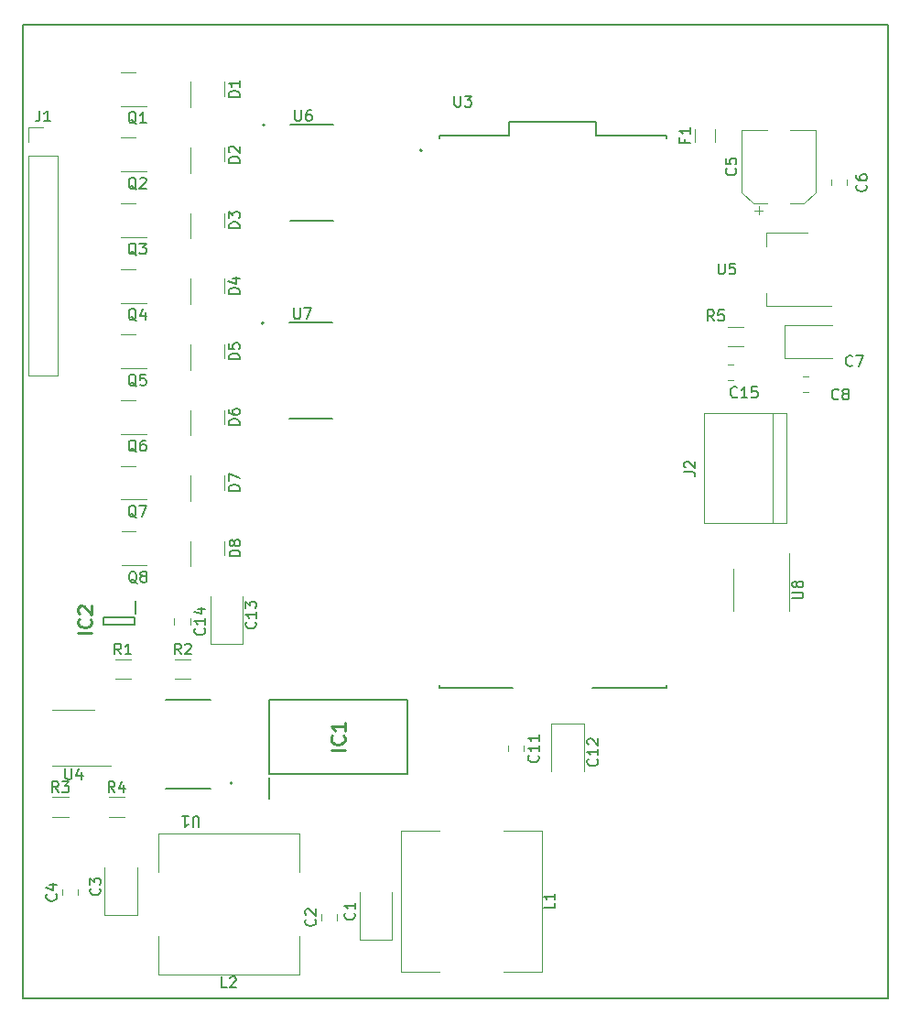
<source format=gbr>
%TF.GenerationSoftware,KiCad,Pcbnew,7.0.9*%
%TF.CreationDate,2024-04-08T13:16:24-03:00*%
%TF.ProjectId,v0.2,76302e32-2e6b-4696-9361-645f70636258,rev?*%
%TF.SameCoordinates,Original*%
%TF.FileFunction,Legend,Top*%
%TF.FilePolarity,Positive*%
%FSLAX46Y46*%
G04 Gerber Fmt 4.6, Leading zero omitted, Abs format (unit mm)*
G04 Created by KiCad (PCBNEW 7.0.9) date 2024-04-08 13:16:24*
%MOMM*%
%LPD*%
G01*
G04 APERTURE LIST*
%ADD10C,0.150000*%
%ADD11C,0.254000*%
%ADD12C,0.152400*%
%ADD13C,0.120000*%
%ADD14C,0.127000*%
%ADD15C,0.200000*%
%TA.AperFunction,Profile*%
%ADD16C,0.200000*%
%TD*%
G04 APERTURE END LIST*
D10*
X66306704Y-124170181D02*
X66306704Y-123360658D01*
X66306704Y-123360658D02*
X66259085Y-123265420D01*
X66259085Y-123265420D02*
X66211466Y-123217801D01*
X66211466Y-123217801D02*
X66116228Y-123170181D01*
X66116228Y-123170181D02*
X65925752Y-123170181D01*
X65925752Y-123170181D02*
X65830514Y-123217801D01*
X65830514Y-123217801D02*
X65782895Y-123265420D01*
X65782895Y-123265420D02*
X65735276Y-123360658D01*
X65735276Y-123360658D02*
X65735276Y-124170181D01*
X64735276Y-123170181D02*
X65306704Y-123170181D01*
X65020990Y-123170181D02*
X65020990Y-124170181D01*
X65020990Y-124170181D02*
X65116228Y-124027324D01*
X65116228Y-124027324D02*
X65211466Y-123932086D01*
X65211466Y-123932086D02*
X65306704Y-123884467D01*
X70054819Y-80924878D02*
X69054819Y-80924878D01*
X69054819Y-80924878D02*
X69054819Y-80686783D01*
X69054819Y-80686783D02*
X69102438Y-80543926D01*
X69102438Y-80543926D02*
X69197676Y-80448688D01*
X69197676Y-80448688D02*
X69292914Y-80401069D01*
X69292914Y-80401069D02*
X69483390Y-80353450D01*
X69483390Y-80353450D02*
X69626247Y-80353450D01*
X69626247Y-80353450D02*
X69816723Y-80401069D01*
X69816723Y-80401069D02*
X69911961Y-80448688D01*
X69911961Y-80448688D02*
X70007200Y-80543926D01*
X70007200Y-80543926D02*
X70054819Y-80686783D01*
X70054819Y-80686783D02*
X70054819Y-80924878D01*
X69054819Y-79448688D02*
X69054819Y-79924878D01*
X69054819Y-79924878D02*
X69531009Y-79972497D01*
X69531009Y-79972497D02*
X69483390Y-79924878D01*
X69483390Y-79924878D02*
X69435771Y-79829640D01*
X69435771Y-79829640D02*
X69435771Y-79591545D01*
X69435771Y-79591545D02*
X69483390Y-79496307D01*
X69483390Y-79496307D02*
X69531009Y-79448688D01*
X69531009Y-79448688D02*
X69626247Y-79401069D01*
X69626247Y-79401069D02*
X69864342Y-79401069D01*
X69864342Y-79401069D02*
X69959580Y-79448688D01*
X69959580Y-79448688D02*
X70007200Y-79496307D01*
X70007200Y-79496307D02*
X70054819Y-79591545D01*
X70054819Y-79591545D02*
X70054819Y-79829640D01*
X70054819Y-79829640D02*
X70007200Y-79924878D01*
X70007200Y-79924878D02*
X69959580Y-79972497D01*
X75168095Y-57877819D02*
X75168095Y-58687342D01*
X75168095Y-58687342D02*
X75215714Y-58782580D01*
X75215714Y-58782580D02*
X75263333Y-58830200D01*
X75263333Y-58830200D02*
X75358571Y-58877819D01*
X75358571Y-58877819D02*
X75549047Y-58877819D01*
X75549047Y-58877819D02*
X75644285Y-58830200D01*
X75644285Y-58830200D02*
X75691904Y-58782580D01*
X75691904Y-58782580D02*
X75739523Y-58687342D01*
X75739523Y-58687342D02*
X75739523Y-57877819D01*
X76644285Y-57877819D02*
X76453809Y-57877819D01*
X76453809Y-57877819D02*
X76358571Y-57925438D01*
X76358571Y-57925438D02*
X76310952Y-57973057D01*
X76310952Y-57973057D02*
X76215714Y-58115914D01*
X76215714Y-58115914D02*
X76168095Y-58306390D01*
X76168095Y-58306390D02*
X76168095Y-58687342D01*
X76168095Y-58687342D02*
X76215714Y-58782580D01*
X76215714Y-58782580D02*
X76263333Y-58830200D01*
X76263333Y-58830200D02*
X76358571Y-58877819D01*
X76358571Y-58877819D02*
X76549047Y-58877819D01*
X76549047Y-58877819D02*
X76644285Y-58830200D01*
X76644285Y-58830200D02*
X76691904Y-58782580D01*
X76691904Y-58782580D02*
X76739523Y-58687342D01*
X76739523Y-58687342D02*
X76739523Y-58449247D01*
X76739523Y-58449247D02*
X76691904Y-58354009D01*
X76691904Y-58354009D02*
X76644285Y-58306390D01*
X76644285Y-58306390D02*
X76549047Y-58258771D01*
X76549047Y-58258771D02*
X76358571Y-58258771D01*
X76358571Y-58258771D02*
X76263333Y-58306390D01*
X76263333Y-58306390D02*
X76215714Y-58354009D01*
X76215714Y-58354009D02*
X76168095Y-58449247D01*
X70054819Y-74858807D02*
X69054819Y-74858807D01*
X69054819Y-74858807D02*
X69054819Y-74620712D01*
X69054819Y-74620712D02*
X69102438Y-74477855D01*
X69102438Y-74477855D02*
X69197676Y-74382617D01*
X69197676Y-74382617D02*
X69292914Y-74334998D01*
X69292914Y-74334998D02*
X69483390Y-74287379D01*
X69483390Y-74287379D02*
X69626247Y-74287379D01*
X69626247Y-74287379D02*
X69816723Y-74334998D01*
X69816723Y-74334998D02*
X69911961Y-74382617D01*
X69911961Y-74382617D02*
X70007200Y-74477855D01*
X70007200Y-74477855D02*
X70054819Y-74620712D01*
X70054819Y-74620712D02*
X70054819Y-74858807D01*
X69388152Y-73430236D02*
X70054819Y-73430236D01*
X69007200Y-73668331D02*
X69721485Y-73906426D01*
X69721485Y-73906426D02*
X69721485Y-73287379D01*
X53308333Y-120944818D02*
X52975000Y-120468627D01*
X52736905Y-120944818D02*
X52736905Y-119944818D01*
X52736905Y-119944818D02*
X53117857Y-119944818D01*
X53117857Y-119944818D02*
X53213095Y-119992437D01*
X53213095Y-119992437D02*
X53260714Y-120040056D01*
X53260714Y-120040056D02*
X53308333Y-120135294D01*
X53308333Y-120135294D02*
X53308333Y-120278151D01*
X53308333Y-120278151D02*
X53260714Y-120373389D01*
X53260714Y-120373389D02*
X53213095Y-120421008D01*
X53213095Y-120421008D02*
X53117857Y-120468627D01*
X53117857Y-120468627D02*
X52736905Y-120468627D01*
X53641667Y-119944818D02*
X54260714Y-119944818D01*
X54260714Y-119944818D02*
X53927381Y-120325770D01*
X53927381Y-120325770D02*
X54070238Y-120325770D01*
X54070238Y-120325770D02*
X54165476Y-120373389D01*
X54165476Y-120373389D02*
X54213095Y-120421008D01*
X54213095Y-120421008D02*
X54260714Y-120516246D01*
X54260714Y-120516246D02*
X54260714Y-120754341D01*
X54260714Y-120754341D02*
X54213095Y-120849579D01*
X54213095Y-120849579D02*
X54165476Y-120897199D01*
X54165476Y-120897199D02*
X54070238Y-120944818D01*
X54070238Y-120944818D02*
X53784524Y-120944818D01*
X53784524Y-120944818D02*
X53689286Y-120897199D01*
X53689286Y-120897199D02*
X53641667Y-120849579D01*
X66789580Y-105792857D02*
X66837200Y-105840476D01*
X66837200Y-105840476D02*
X66884819Y-105983333D01*
X66884819Y-105983333D02*
X66884819Y-106078571D01*
X66884819Y-106078571D02*
X66837200Y-106221428D01*
X66837200Y-106221428D02*
X66741961Y-106316666D01*
X66741961Y-106316666D02*
X66646723Y-106364285D01*
X66646723Y-106364285D02*
X66456247Y-106411904D01*
X66456247Y-106411904D02*
X66313390Y-106411904D01*
X66313390Y-106411904D02*
X66122914Y-106364285D01*
X66122914Y-106364285D02*
X66027676Y-106316666D01*
X66027676Y-106316666D02*
X65932438Y-106221428D01*
X65932438Y-106221428D02*
X65884819Y-106078571D01*
X65884819Y-106078571D02*
X65884819Y-105983333D01*
X65884819Y-105983333D02*
X65932438Y-105840476D01*
X65932438Y-105840476D02*
X65980057Y-105792857D01*
X66884819Y-104840476D02*
X66884819Y-105411904D01*
X66884819Y-105126190D02*
X65884819Y-105126190D01*
X65884819Y-105126190D02*
X66027676Y-105221428D01*
X66027676Y-105221428D02*
X66122914Y-105316666D01*
X66122914Y-105316666D02*
X66170533Y-105411904D01*
X66218152Y-103983333D02*
X66884819Y-103983333D01*
X65837200Y-104221428D02*
X66551485Y-104459523D01*
X66551485Y-104459523D02*
X66551485Y-103840476D01*
X60504761Y-83414341D02*
X60409523Y-83366722D01*
X60409523Y-83366722D02*
X60314285Y-83271484D01*
X60314285Y-83271484D02*
X60171428Y-83128626D01*
X60171428Y-83128626D02*
X60076190Y-83081007D01*
X60076190Y-83081007D02*
X59980952Y-83081007D01*
X60028571Y-83319103D02*
X59933333Y-83271484D01*
X59933333Y-83271484D02*
X59838095Y-83176245D01*
X59838095Y-83176245D02*
X59790476Y-82985769D01*
X59790476Y-82985769D02*
X59790476Y-82652436D01*
X59790476Y-82652436D02*
X59838095Y-82461960D01*
X59838095Y-82461960D02*
X59933333Y-82366722D01*
X59933333Y-82366722D02*
X60028571Y-82319103D01*
X60028571Y-82319103D02*
X60219047Y-82319103D01*
X60219047Y-82319103D02*
X60314285Y-82366722D01*
X60314285Y-82366722D02*
X60409523Y-82461960D01*
X60409523Y-82461960D02*
X60457142Y-82652436D01*
X60457142Y-82652436D02*
X60457142Y-82985769D01*
X60457142Y-82985769D02*
X60409523Y-83176245D01*
X60409523Y-83176245D02*
X60314285Y-83271484D01*
X60314285Y-83271484D02*
X60219047Y-83319103D01*
X60219047Y-83319103D02*
X60028571Y-83319103D01*
X61361904Y-82319103D02*
X60885714Y-82319103D01*
X60885714Y-82319103D02*
X60838095Y-82795293D01*
X60838095Y-82795293D02*
X60885714Y-82747674D01*
X60885714Y-82747674D02*
X60980952Y-82700055D01*
X60980952Y-82700055D02*
X61219047Y-82700055D01*
X61219047Y-82700055D02*
X61314285Y-82747674D01*
X61314285Y-82747674D02*
X61361904Y-82795293D01*
X61361904Y-82795293D02*
X61409523Y-82890531D01*
X61409523Y-82890531D02*
X61409523Y-83128626D01*
X61409523Y-83128626D02*
X61361904Y-83223864D01*
X61361904Y-83223864D02*
X61314285Y-83271484D01*
X61314285Y-83271484D02*
X61219047Y-83319103D01*
X61219047Y-83319103D02*
X60980952Y-83319103D01*
X60980952Y-83319103D02*
X60885714Y-83271484D01*
X60885714Y-83271484D02*
X60838095Y-83223864D01*
D11*
X79774318Y-117039762D02*
X78504318Y-117039762D01*
X79653365Y-115709285D02*
X79713842Y-115769761D01*
X79713842Y-115769761D02*
X79774318Y-115951190D01*
X79774318Y-115951190D02*
X79774318Y-116072142D01*
X79774318Y-116072142D02*
X79713842Y-116253571D01*
X79713842Y-116253571D02*
X79592889Y-116374523D01*
X79592889Y-116374523D02*
X79471937Y-116435000D01*
X79471937Y-116435000D02*
X79230032Y-116495476D01*
X79230032Y-116495476D02*
X79048603Y-116495476D01*
X79048603Y-116495476D02*
X78806699Y-116435000D01*
X78806699Y-116435000D02*
X78685746Y-116374523D01*
X78685746Y-116374523D02*
X78564794Y-116253571D01*
X78564794Y-116253571D02*
X78504318Y-116072142D01*
X78504318Y-116072142D02*
X78504318Y-115951190D01*
X78504318Y-115951190D02*
X78564794Y-115769761D01*
X78564794Y-115769761D02*
X78625270Y-115709285D01*
X79774318Y-114499761D02*
X79774318Y-115225476D01*
X79774318Y-114862619D02*
X78504318Y-114862619D01*
X78504318Y-114862619D02*
X78685746Y-114983571D01*
X78685746Y-114983571D02*
X78806699Y-115104523D01*
X78806699Y-115104523D02*
X78867175Y-115225476D01*
D10*
X113933333Y-77354819D02*
X113600000Y-76878628D01*
X113361905Y-77354819D02*
X113361905Y-76354819D01*
X113361905Y-76354819D02*
X113742857Y-76354819D01*
X113742857Y-76354819D02*
X113838095Y-76402438D01*
X113838095Y-76402438D02*
X113885714Y-76450057D01*
X113885714Y-76450057D02*
X113933333Y-76545295D01*
X113933333Y-76545295D02*
X113933333Y-76688152D01*
X113933333Y-76688152D02*
X113885714Y-76783390D01*
X113885714Y-76783390D02*
X113838095Y-76831009D01*
X113838095Y-76831009D02*
X113742857Y-76878628D01*
X113742857Y-76878628D02*
X113361905Y-76878628D01*
X114838095Y-76354819D02*
X114361905Y-76354819D01*
X114361905Y-76354819D02*
X114314286Y-76831009D01*
X114314286Y-76831009D02*
X114361905Y-76783390D01*
X114361905Y-76783390D02*
X114457143Y-76735771D01*
X114457143Y-76735771D02*
X114695238Y-76735771D01*
X114695238Y-76735771D02*
X114790476Y-76783390D01*
X114790476Y-76783390D02*
X114838095Y-76831009D01*
X114838095Y-76831009D02*
X114885714Y-76926247D01*
X114885714Y-76926247D02*
X114885714Y-77164342D01*
X114885714Y-77164342D02*
X114838095Y-77259580D01*
X114838095Y-77259580D02*
X114790476Y-77307200D01*
X114790476Y-77307200D02*
X114695238Y-77354819D01*
X114695238Y-77354819D02*
X114457143Y-77354819D01*
X114457143Y-77354819D02*
X114361905Y-77307200D01*
X114361905Y-77307200D02*
X114314286Y-77259580D01*
X60504761Y-77348270D02*
X60409523Y-77300651D01*
X60409523Y-77300651D02*
X60314285Y-77205413D01*
X60314285Y-77205413D02*
X60171428Y-77062555D01*
X60171428Y-77062555D02*
X60076190Y-77014936D01*
X60076190Y-77014936D02*
X59980952Y-77014936D01*
X60028571Y-77253032D02*
X59933333Y-77205413D01*
X59933333Y-77205413D02*
X59838095Y-77110174D01*
X59838095Y-77110174D02*
X59790476Y-76919698D01*
X59790476Y-76919698D02*
X59790476Y-76586365D01*
X59790476Y-76586365D02*
X59838095Y-76395889D01*
X59838095Y-76395889D02*
X59933333Y-76300651D01*
X59933333Y-76300651D02*
X60028571Y-76253032D01*
X60028571Y-76253032D02*
X60219047Y-76253032D01*
X60219047Y-76253032D02*
X60314285Y-76300651D01*
X60314285Y-76300651D02*
X60409523Y-76395889D01*
X60409523Y-76395889D02*
X60457142Y-76586365D01*
X60457142Y-76586365D02*
X60457142Y-76919698D01*
X60457142Y-76919698D02*
X60409523Y-77110174D01*
X60409523Y-77110174D02*
X60314285Y-77205413D01*
X60314285Y-77205413D02*
X60219047Y-77253032D01*
X60219047Y-77253032D02*
X60028571Y-77253032D01*
X61314285Y-76586365D02*
X61314285Y-77253032D01*
X61076190Y-76205413D02*
X60838095Y-76919698D01*
X60838095Y-76919698D02*
X61457142Y-76919698D01*
X116057142Y-84359580D02*
X116009523Y-84407200D01*
X116009523Y-84407200D02*
X115866666Y-84454819D01*
X115866666Y-84454819D02*
X115771428Y-84454819D01*
X115771428Y-84454819D02*
X115628571Y-84407200D01*
X115628571Y-84407200D02*
X115533333Y-84311961D01*
X115533333Y-84311961D02*
X115485714Y-84216723D01*
X115485714Y-84216723D02*
X115438095Y-84026247D01*
X115438095Y-84026247D02*
X115438095Y-83883390D01*
X115438095Y-83883390D02*
X115485714Y-83692914D01*
X115485714Y-83692914D02*
X115533333Y-83597676D01*
X115533333Y-83597676D02*
X115628571Y-83502438D01*
X115628571Y-83502438D02*
X115771428Y-83454819D01*
X115771428Y-83454819D02*
X115866666Y-83454819D01*
X115866666Y-83454819D02*
X116009523Y-83502438D01*
X116009523Y-83502438D02*
X116057142Y-83550057D01*
X117009523Y-84454819D02*
X116438095Y-84454819D01*
X116723809Y-84454819D02*
X116723809Y-83454819D01*
X116723809Y-83454819D02*
X116628571Y-83597676D01*
X116628571Y-83597676D02*
X116533333Y-83692914D01*
X116533333Y-83692914D02*
X116438095Y-83740533D01*
X117914285Y-83454819D02*
X117438095Y-83454819D01*
X117438095Y-83454819D02*
X117390476Y-83931009D01*
X117390476Y-83931009D02*
X117438095Y-83883390D01*
X117438095Y-83883390D02*
X117533333Y-83835771D01*
X117533333Y-83835771D02*
X117771428Y-83835771D01*
X117771428Y-83835771D02*
X117866666Y-83883390D01*
X117866666Y-83883390D02*
X117914285Y-83931009D01*
X117914285Y-83931009D02*
X117961904Y-84026247D01*
X117961904Y-84026247D02*
X117961904Y-84264342D01*
X117961904Y-84264342D02*
X117914285Y-84359580D01*
X117914285Y-84359580D02*
X117866666Y-84407200D01*
X117866666Y-84407200D02*
X117771428Y-84454819D01*
X117771428Y-84454819D02*
X117533333Y-84454819D01*
X117533333Y-84454819D02*
X117438095Y-84407200D01*
X117438095Y-84407200D02*
X117390476Y-84359580D01*
X71509580Y-105192857D02*
X71557200Y-105240476D01*
X71557200Y-105240476D02*
X71604819Y-105383333D01*
X71604819Y-105383333D02*
X71604819Y-105478571D01*
X71604819Y-105478571D02*
X71557200Y-105621428D01*
X71557200Y-105621428D02*
X71461961Y-105716666D01*
X71461961Y-105716666D02*
X71366723Y-105764285D01*
X71366723Y-105764285D02*
X71176247Y-105811904D01*
X71176247Y-105811904D02*
X71033390Y-105811904D01*
X71033390Y-105811904D02*
X70842914Y-105764285D01*
X70842914Y-105764285D02*
X70747676Y-105716666D01*
X70747676Y-105716666D02*
X70652438Y-105621428D01*
X70652438Y-105621428D02*
X70604819Y-105478571D01*
X70604819Y-105478571D02*
X70604819Y-105383333D01*
X70604819Y-105383333D02*
X70652438Y-105240476D01*
X70652438Y-105240476D02*
X70700057Y-105192857D01*
X71604819Y-104240476D02*
X71604819Y-104811904D01*
X71604819Y-104526190D02*
X70604819Y-104526190D01*
X70604819Y-104526190D02*
X70747676Y-104621428D01*
X70747676Y-104621428D02*
X70842914Y-104716666D01*
X70842914Y-104716666D02*
X70890533Y-104811904D01*
X70604819Y-103907142D02*
X70604819Y-103288095D01*
X70604819Y-103288095D02*
X70985771Y-103621428D01*
X70985771Y-103621428D02*
X70985771Y-103478571D01*
X70985771Y-103478571D02*
X71033390Y-103383333D01*
X71033390Y-103383333D02*
X71081009Y-103335714D01*
X71081009Y-103335714D02*
X71176247Y-103288095D01*
X71176247Y-103288095D02*
X71414342Y-103288095D01*
X71414342Y-103288095D02*
X71509580Y-103335714D01*
X71509580Y-103335714D02*
X71557200Y-103383333D01*
X71557200Y-103383333D02*
X71604819Y-103478571D01*
X71604819Y-103478571D02*
X71604819Y-103764285D01*
X71604819Y-103764285D02*
X71557200Y-103859523D01*
X71557200Y-103859523D02*
X71509580Y-103907142D01*
X60504761Y-95546483D02*
X60409523Y-95498864D01*
X60409523Y-95498864D02*
X60314285Y-95403626D01*
X60314285Y-95403626D02*
X60171428Y-95260768D01*
X60171428Y-95260768D02*
X60076190Y-95213149D01*
X60076190Y-95213149D02*
X59980952Y-95213149D01*
X60028571Y-95451245D02*
X59933333Y-95403626D01*
X59933333Y-95403626D02*
X59838095Y-95308387D01*
X59838095Y-95308387D02*
X59790476Y-95117911D01*
X59790476Y-95117911D02*
X59790476Y-94784578D01*
X59790476Y-94784578D02*
X59838095Y-94594102D01*
X59838095Y-94594102D02*
X59933333Y-94498864D01*
X59933333Y-94498864D02*
X60028571Y-94451245D01*
X60028571Y-94451245D02*
X60219047Y-94451245D01*
X60219047Y-94451245D02*
X60314285Y-94498864D01*
X60314285Y-94498864D02*
X60409523Y-94594102D01*
X60409523Y-94594102D02*
X60457142Y-94784578D01*
X60457142Y-94784578D02*
X60457142Y-95117911D01*
X60457142Y-95117911D02*
X60409523Y-95308387D01*
X60409523Y-95308387D02*
X60314285Y-95403626D01*
X60314285Y-95403626D02*
X60219047Y-95451245D01*
X60219047Y-95451245D02*
X60028571Y-95451245D01*
X60790476Y-94451245D02*
X61457142Y-94451245D01*
X61457142Y-94451245D02*
X61028571Y-95451245D01*
X111211009Y-60545833D02*
X111211009Y-60879166D01*
X111734819Y-60879166D02*
X110734819Y-60879166D01*
X110734819Y-60879166D02*
X110734819Y-60402976D01*
X111734819Y-59498214D02*
X111734819Y-60069642D01*
X111734819Y-59783928D02*
X110734819Y-59783928D01*
X110734819Y-59783928D02*
X110877676Y-59879166D01*
X110877676Y-59879166D02*
X110972914Y-59974404D01*
X110972914Y-59974404D02*
X111020533Y-60069642D01*
X70054819Y-93057020D02*
X69054819Y-93057020D01*
X69054819Y-93057020D02*
X69054819Y-92818925D01*
X69054819Y-92818925D02*
X69102438Y-92676068D01*
X69102438Y-92676068D02*
X69197676Y-92580830D01*
X69197676Y-92580830D02*
X69292914Y-92533211D01*
X69292914Y-92533211D02*
X69483390Y-92485592D01*
X69483390Y-92485592D02*
X69626247Y-92485592D01*
X69626247Y-92485592D02*
X69816723Y-92533211D01*
X69816723Y-92533211D02*
X69911961Y-92580830D01*
X69911961Y-92580830D02*
X70007200Y-92676068D01*
X70007200Y-92676068D02*
X70054819Y-92818925D01*
X70054819Y-92818925D02*
X70054819Y-93057020D01*
X69054819Y-92152258D02*
X69054819Y-91485592D01*
X69054819Y-91485592D02*
X70054819Y-91914163D01*
X60504761Y-71282199D02*
X60409523Y-71234580D01*
X60409523Y-71234580D02*
X60314285Y-71139342D01*
X60314285Y-71139342D02*
X60171428Y-70996484D01*
X60171428Y-70996484D02*
X60076190Y-70948865D01*
X60076190Y-70948865D02*
X59980952Y-70948865D01*
X60028571Y-71186961D02*
X59933333Y-71139342D01*
X59933333Y-71139342D02*
X59838095Y-71044103D01*
X59838095Y-71044103D02*
X59790476Y-70853627D01*
X59790476Y-70853627D02*
X59790476Y-70520294D01*
X59790476Y-70520294D02*
X59838095Y-70329818D01*
X59838095Y-70329818D02*
X59933333Y-70234580D01*
X59933333Y-70234580D02*
X60028571Y-70186961D01*
X60028571Y-70186961D02*
X60219047Y-70186961D01*
X60219047Y-70186961D02*
X60314285Y-70234580D01*
X60314285Y-70234580D02*
X60409523Y-70329818D01*
X60409523Y-70329818D02*
X60457142Y-70520294D01*
X60457142Y-70520294D02*
X60457142Y-70853627D01*
X60457142Y-70853627D02*
X60409523Y-71044103D01*
X60409523Y-71044103D02*
X60314285Y-71139342D01*
X60314285Y-71139342D02*
X60219047Y-71186961D01*
X60219047Y-71186961D02*
X60028571Y-71186961D01*
X60790476Y-70186961D02*
X61409523Y-70186961D01*
X61409523Y-70186961D02*
X61076190Y-70567913D01*
X61076190Y-70567913D02*
X61219047Y-70567913D01*
X61219047Y-70567913D02*
X61314285Y-70615532D01*
X61314285Y-70615532D02*
X61361904Y-70663151D01*
X61361904Y-70663151D02*
X61409523Y-70758389D01*
X61409523Y-70758389D02*
X61409523Y-70996484D01*
X61409523Y-70996484D02*
X61361904Y-71091722D01*
X61361904Y-71091722D02*
X61314285Y-71139342D01*
X61314285Y-71139342D02*
X61219047Y-71186961D01*
X61219047Y-71186961D02*
X60933333Y-71186961D01*
X60933333Y-71186961D02*
X60838095Y-71139342D01*
X60838095Y-71139342D02*
X60790476Y-71091722D01*
X51556666Y-57909819D02*
X51556666Y-58624104D01*
X51556666Y-58624104D02*
X51509047Y-58766961D01*
X51509047Y-58766961D02*
X51413809Y-58862200D01*
X51413809Y-58862200D02*
X51270952Y-58909819D01*
X51270952Y-58909819D02*
X51175714Y-58909819D01*
X52556666Y-58909819D02*
X51985238Y-58909819D01*
X52270952Y-58909819D02*
X52270952Y-57909819D01*
X52270952Y-57909819D02*
X52175714Y-58052676D01*
X52175714Y-58052676D02*
X52080476Y-58147914D01*
X52080476Y-58147914D02*
X51985238Y-58195533D01*
X53938095Y-118754819D02*
X53938095Y-119564342D01*
X53938095Y-119564342D02*
X53985714Y-119659580D01*
X53985714Y-119659580D02*
X54033333Y-119707200D01*
X54033333Y-119707200D02*
X54128571Y-119754819D01*
X54128571Y-119754819D02*
X54319047Y-119754819D01*
X54319047Y-119754819D02*
X54414285Y-119707200D01*
X54414285Y-119707200D02*
X54461904Y-119659580D01*
X54461904Y-119659580D02*
X54509523Y-119564342D01*
X54509523Y-119564342D02*
X54509523Y-118754819D01*
X55414285Y-119088152D02*
X55414285Y-119754819D01*
X55176190Y-118707200D02*
X54938095Y-119421485D01*
X54938095Y-119421485D02*
X55557142Y-119421485D01*
X53069580Y-130351666D02*
X53117200Y-130399285D01*
X53117200Y-130399285D02*
X53164819Y-130542142D01*
X53164819Y-130542142D02*
X53164819Y-130637380D01*
X53164819Y-130637380D02*
X53117200Y-130780237D01*
X53117200Y-130780237D02*
X53021961Y-130875475D01*
X53021961Y-130875475D02*
X52926723Y-130923094D01*
X52926723Y-130923094D02*
X52736247Y-130970713D01*
X52736247Y-130970713D02*
X52593390Y-130970713D01*
X52593390Y-130970713D02*
X52402914Y-130923094D01*
X52402914Y-130923094D02*
X52307676Y-130875475D01*
X52307676Y-130875475D02*
X52212438Y-130780237D01*
X52212438Y-130780237D02*
X52164819Y-130637380D01*
X52164819Y-130637380D02*
X52164819Y-130542142D01*
X52164819Y-130542142D02*
X52212438Y-130399285D01*
X52212438Y-130399285D02*
X52260057Y-130351666D01*
X52498152Y-129494523D02*
X53164819Y-129494523D01*
X52117200Y-129732618D02*
X52831485Y-129970713D01*
X52831485Y-129970713D02*
X52831485Y-129351666D01*
X58508333Y-120944818D02*
X58175000Y-120468627D01*
X57936905Y-120944818D02*
X57936905Y-119944818D01*
X57936905Y-119944818D02*
X58317857Y-119944818D01*
X58317857Y-119944818D02*
X58413095Y-119992437D01*
X58413095Y-119992437D02*
X58460714Y-120040056D01*
X58460714Y-120040056D02*
X58508333Y-120135294D01*
X58508333Y-120135294D02*
X58508333Y-120278151D01*
X58508333Y-120278151D02*
X58460714Y-120373389D01*
X58460714Y-120373389D02*
X58413095Y-120421008D01*
X58413095Y-120421008D02*
X58317857Y-120468627D01*
X58317857Y-120468627D02*
X57936905Y-120468627D01*
X59365476Y-120278151D02*
X59365476Y-120944818D01*
X59127381Y-119897199D02*
X58889286Y-120611484D01*
X58889286Y-120611484D02*
X59508333Y-120611484D01*
X80649580Y-132101666D02*
X80697200Y-132149285D01*
X80697200Y-132149285D02*
X80744819Y-132292142D01*
X80744819Y-132292142D02*
X80744819Y-132387380D01*
X80744819Y-132387380D02*
X80697200Y-132530237D01*
X80697200Y-132530237D02*
X80601961Y-132625475D01*
X80601961Y-132625475D02*
X80506723Y-132673094D01*
X80506723Y-132673094D02*
X80316247Y-132720713D01*
X80316247Y-132720713D02*
X80173390Y-132720713D01*
X80173390Y-132720713D02*
X79982914Y-132673094D01*
X79982914Y-132673094D02*
X79887676Y-132625475D01*
X79887676Y-132625475D02*
X79792438Y-132530237D01*
X79792438Y-132530237D02*
X79744819Y-132387380D01*
X79744819Y-132387380D02*
X79744819Y-132292142D01*
X79744819Y-132292142D02*
X79792438Y-132149285D01*
X79792438Y-132149285D02*
X79840057Y-132101666D01*
X80744819Y-131149285D02*
X80744819Y-131720713D01*
X80744819Y-131434999D02*
X79744819Y-131434999D01*
X79744819Y-131434999D02*
X79887676Y-131530237D01*
X79887676Y-131530237D02*
X79982914Y-131625475D01*
X79982914Y-131625475D02*
X80030533Y-131720713D01*
X89923095Y-56569819D02*
X89923095Y-57379342D01*
X89923095Y-57379342D02*
X89970714Y-57474580D01*
X89970714Y-57474580D02*
X90018333Y-57522200D01*
X90018333Y-57522200D02*
X90113571Y-57569819D01*
X90113571Y-57569819D02*
X90304047Y-57569819D01*
X90304047Y-57569819D02*
X90399285Y-57522200D01*
X90399285Y-57522200D02*
X90446904Y-57474580D01*
X90446904Y-57474580D02*
X90494523Y-57379342D01*
X90494523Y-57379342D02*
X90494523Y-56569819D01*
X90875476Y-56569819D02*
X91494523Y-56569819D01*
X91494523Y-56569819D02*
X91161190Y-56950771D01*
X91161190Y-56950771D02*
X91304047Y-56950771D01*
X91304047Y-56950771D02*
X91399285Y-56998390D01*
X91399285Y-56998390D02*
X91446904Y-57046009D01*
X91446904Y-57046009D02*
X91494523Y-57141247D01*
X91494523Y-57141247D02*
X91494523Y-57379342D01*
X91494523Y-57379342D02*
X91446904Y-57474580D01*
X91446904Y-57474580D02*
X91399285Y-57522200D01*
X91399285Y-57522200D02*
X91304047Y-57569819D01*
X91304047Y-57569819D02*
X91018333Y-57569819D01*
X91018333Y-57569819D02*
X90923095Y-57522200D01*
X90923095Y-57522200D02*
X90875476Y-57474580D01*
X59083333Y-108184818D02*
X58750000Y-107708627D01*
X58511905Y-108184818D02*
X58511905Y-107184818D01*
X58511905Y-107184818D02*
X58892857Y-107184818D01*
X58892857Y-107184818D02*
X58988095Y-107232437D01*
X58988095Y-107232437D02*
X59035714Y-107280056D01*
X59035714Y-107280056D02*
X59083333Y-107375294D01*
X59083333Y-107375294D02*
X59083333Y-107518151D01*
X59083333Y-107518151D02*
X59035714Y-107613389D01*
X59035714Y-107613389D02*
X58988095Y-107661008D01*
X58988095Y-107661008D02*
X58892857Y-107708627D01*
X58892857Y-107708627D02*
X58511905Y-107708627D01*
X60035714Y-108184818D02*
X59464286Y-108184818D01*
X59750000Y-108184818D02*
X59750000Y-107184818D01*
X59750000Y-107184818D02*
X59654762Y-107327675D01*
X59654762Y-107327675D02*
X59559524Y-107422913D01*
X59559524Y-107422913D02*
X59464286Y-107470532D01*
X70104819Y-99123094D02*
X69104819Y-99123094D01*
X69104819Y-99123094D02*
X69104819Y-98884999D01*
X69104819Y-98884999D02*
X69152438Y-98742142D01*
X69152438Y-98742142D02*
X69247676Y-98646904D01*
X69247676Y-98646904D02*
X69342914Y-98599285D01*
X69342914Y-98599285D02*
X69533390Y-98551666D01*
X69533390Y-98551666D02*
X69676247Y-98551666D01*
X69676247Y-98551666D02*
X69866723Y-98599285D01*
X69866723Y-98599285D02*
X69961961Y-98646904D01*
X69961961Y-98646904D02*
X70057200Y-98742142D01*
X70057200Y-98742142D02*
X70104819Y-98884999D01*
X70104819Y-98884999D02*
X70104819Y-99123094D01*
X69533390Y-97980237D02*
X69485771Y-98075475D01*
X69485771Y-98075475D02*
X69438152Y-98123094D01*
X69438152Y-98123094D02*
X69342914Y-98170713D01*
X69342914Y-98170713D02*
X69295295Y-98170713D01*
X69295295Y-98170713D02*
X69200057Y-98123094D01*
X69200057Y-98123094D02*
X69152438Y-98075475D01*
X69152438Y-98075475D02*
X69104819Y-97980237D01*
X69104819Y-97980237D02*
X69104819Y-97789761D01*
X69104819Y-97789761D02*
X69152438Y-97694523D01*
X69152438Y-97694523D02*
X69200057Y-97646904D01*
X69200057Y-97646904D02*
X69295295Y-97599285D01*
X69295295Y-97599285D02*
X69342914Y-97599285D01*
X69342914Y-97599285D02*
X69438152Y-97646904D01*
X69438152Y-97646904D02*
X69485771Y-97694523D01*
X69485771Y-97694523D02*
X69533390Y-97789761D01*
X69533390Y-97789761D02*
X69533390Y-97980237D01*
X69533390Y-97980237D02*
X69581009Y-98075475D01*
X69581009Y-98075475D02*
X69628628Y-98123094D01*
X69628628Y-98123094D02*
X69723866Y-98170713D01*
X69723866Y-98170713D02*
X69914342Y-98170713D01*
X69914342Y-98170713D02*
X70009580Y-98123094D01*
X70009580Y-98123094D02*
X70057200Y-98075475D01*
X70057200Y-98075475D02*
X70104819Y-97980237D01*
X70104819Y-97980237D02*
X70104819Y-97789761D01*
X70104819Y-97789761D02*
X70057200Y-97694523D01*
X70057200Y-97694523D02*
X70009580Y-97646904D01*
X70009580Y-97646904D02*
X69914342Y-97599285D01*
X69914342Y-97599285D02*
X69723866Y-97599285D01*
X69723866Y-97599285D02*
X69628628Y-97646904D01*
X69628628Y-97646904D02*
X69581009Y-97694523D01*
X69581009Y-97694523D02*
X69533390Y-97789761D01*
X125433333Y-84559580D02*
X125385714Y-84607200D01*
X125385714Y-84607200D02*
X125242857Y-84654819D01*
X125242857Y-84654819D02*
X125147619Y-84654819D01*
X125147619Y-84654819D02*
X125004762Y-84607200D01*
X125004762Y-84607200D02*
X124909524Y-84511961D01*
X124909524Y-84511961D02*
X124861905Y-84416723D01*
X124861905Y-84416723D02*
X124814286Y-84226247D01*
X124814286Y-84226247D02*
X124814286Y-84083390D01*
X124814286Y-84083390D02*
X124861905Y-83892914D01*
X124861905Y-83892914D02*
X124909524Y-83797676D01*
X124909524Y-83797676D02*
X125004762Y-83702438D01*
X125004762Y-83702438D02*
X125147619Y-83654819D01*
X125147619Y-83654819D02*
X125242857Y-83654819D01*
X125242857Y-83654819D02*
X125385714Y-83702438D01*
X125385714Y-83702438D02*
X125433333Y-83750057D01*
X126004762Y-84083390D02*
X125909524Y-84035771D01*
X125909524Y-84035771D02*
X125861905Y-83988152D01*
X125861905Y-83988152D02*
X125814286Y-83892914D01*
X125814286Y-83892914D02*
X125814286Y-83845295D01*
X125814286Y-83845295D02*
X125861905Y-83750057D01*
X125861905Y-83750057D02*
X125909524Y-83702438D01*
X125909524Y-83702438D02*
X126004762Y-83654819D01*
X126004762Y-83654819D02*
X126195238Y-83654819D01*
X126195238Y-83654819D02*
X126290476Y-83702438D01*
X126290476Y-83702438D02*
X126338095Y-83750057D01*
X126338095Y-83750057D02*
X126385714Y-83845295D01*
X126385714Y-83845295D02*
X126385714Y-83892914D01*
X126385714Y-83892914D02*
X126338095Y-83988152D01*
X126338095Y-83988152D02*
X126290476Y-84035771D01*
X126290476Y-84035771D02*
X126195238Y-84083390D01*
X126195238Y-84083390D02*
X126004762Y-84083390D01*
X126004762Y-84083390D02*
X125909524Y-84131009D01*
X125909524Y-84131009D02*
X125861905Y-84178628D01*
X125861905Y-84178628D02*
X125814286Y-84273866D01*
X125814286Y-84273866D02*
X125814286Y-84464342D01*
X125814286Y-84464342D02*
X125861905Y-84559580D01*
X125861905Y-84559580D02*
X125909524Y-84607200D01*
X125909524Y-84607200D02*
X126004762Y-84654819D01*
X126004762Y-84654819D02*
X126195238Y-84654819D01*
X126195238Y-84654819D02*
X126290476Y-84607200D01*
X126290476Y-84607200D02*
X126338095Y-84559580D01*
X126338095Y-84559580D02*
X126385714Y-84464342D01*
X126385714Y-84464342D02*
X126385714Y-84273866D01*
X126385714Y-84273866D02*
X126338095Y-84178628D01*
X126338095Y-84178628D02*
X126290476Y-84131009D01*
X126290476Y-84131009D02*
X126195238Y-84083390D01*
X103109580Y-117867857D02*
X103157200Y-117915476D01*
X103157200Y-117915476D02*
X103204819Y-118058333D01*
X103204819Y-118058333D02*
X103204819Y-118153571D01*
X103204819Y-118153571D02*
X103157200Y-118296428D01*
X103157200Y-118296428D02*
X103061961Y-118391666D01*
X103061961Y-118391666D02*
X102966723Y-118439285D01*
X102966723Y-118439285D02*
X102776247Y-118486904D01*
X102776247Y-118486904D02*
X102633390Y-118486904D01*
X102633390Y-118486904D02*
X102442914Y-118439285D01*
X102442914Y-118439285D02*
X102347676Y-118391666D01*
X102347676Y-118391666D02*
X102252438Y-118296428D01*
X102252438Y-118296428D02*
X102204819Y-118153571D01*
X102204819Y-118153571D02*
X102204819Y-118058333D01*
X102204819Y-118058333D02*
X102252438Y-117915476D01*
X102252438Y-117915476D02*
X102300057Y-117867857D01*
X103204819Y-116915476D02*
X103204819Y-117486904D01*
X103204819Y-117201190D02*
X102204819Y-117201190D01*
X102204819Y-117201190D02*
X102347676Y-117296428D01*
X102347676Y-117296428D02*
X102442914Y-117391666D01*
X102442914Y-117391666D02*
X102490533Y-117486904D01*
X102300057Y-116534523D02*
X102252438Y-116486904D01*
X102252438Y-116486904D02*
X102204819Y-116391666D01*
X102204819Y-116391666D02*
X102204819Y-116153571D01*
X102204819Y-116153571D02*
X102252438Y-116058333D01*
X102252438Y-116058333D02*
X102300057Y-116010714D01*
X102300057Y-116010714D02*
X102395295Y-115963095D01*
X102395295Y-115963095D02*
X102490533Y-115963095D01*
X102490533Y-115963095D02*
X102633390Y-116010714D01*
X102633390Y-116010714D02*
X103204819Y-116582142D01*
X103204819Y-116582142D02*
X103204819Y-115963095D01*
D11*
X56374318Y-106239762D02*
X55104318Y-106239762D01*
X56253365Y-104909285D02*
X56313842Y-104969761D01*
X56313842Y-104969761D02*
X56374318Y-105151190D01*
X56374318Y-105151190D02*
X56374318Y-105272142D01*
X56374318Y-105272142D02*
X56313842Y-105453571D01*
X56313842Y-105453571D02*
X56192889Y-105574523D01*
X56192889Y-105574523D02*
X56071937Y-105635000D01*
X56071937Y-105635000D02*
X55830032Y-105695476D01*
X55830032Y-105695476D02*
X55648603Y-105695476D01*
X55648603Y-105695476D02*
X55406699Y-105635000D01*
X55406699Y-105635000D02*
X55285746Y-105574523D01*
X55285746Y-105574523D02*
X55164794Y-105453571D01*
X55164794Y-105453571D02*
X55104318Y-105272142D01*
X55104318Y-105272142D02*
X55104318Y-105151190D01*
X55104318Y-105151190D02*
X55164794Y-104969761D01*
X55164794Y-104969761D02*
X55225270Y-104909285D01*
X55225270Y-104425476D02*
X55164794Y-104365000D01*
X55164794Y-104365000D02*
X55104318Y-104244047D01*
X55104318Y-104244047D02*
X55104318Y-103941666D01*
X55104318Y-103941666D02*
X55164794Y-103820714D01*
X55164794Y-103820714D02*
X55225270Y-103760238D01*
X55225270Y-103760238D02*
X55346222Y-103699761D01*
X55346222Y-103699761D02*
X55467175Y-103699761D01*
X55467175Y-103699761D02*
X55648603Y-103760238D01*
X55648603Y-103760238D02*
X56374318Y-104485952D01*
X56374318Y-104485952D02*
X56374318Y-103699761D01*
D10*
X68873333Y-138989819D02*
X68397143Y-138989819D01*
X68397143Y-138989819D02*
X68397143Y-137989819D01*
X69159048Y-138085057D02*
X69206667Y-138037438D01*
X69206667Y-138037438D02*
X69301905Y-137989819D01*
X69301905Y-137989819D02*
X69540000Y-137989819D01*
X69540000Y-137989819D02*
X69635238Y-138037438D01*
X69635238Y-138037438D02*
X69682857Y-138085057D01*
X69682857Y-138085057D02*
X69730476Y-138180295D01*
X69730476Y-138180295D02*
X69730476Y-138275533D01*
X69730476Y-138275533D02*
X69682857Y-138418390D01*
X69682857Y-138418390D02*
X69111429Y-138989819D01*
X69111429Y-138989819D02*
X69730476Y-138989819D01*
X115909580Y-63266666D02*
X115957200Y-63314285D01*
X115957200Y-63314285D02*
X116004819Y-63457142D01*
X116004819Y-63457142D02*
X116004819Y-63552380D01*
X116004819Y-63552380D02*
X115957200Y-63695237D01*
X115957200Y-63695237D02*
X115861961Y-63790475D01*
X115861961Y-63790475D02*
X115766723Y-63838094D01*
X115766723Y-63838094D02*
X115576247Y-63885713D01*
X115576247Y-63885713D02*
X115433390Y-63885713D01*
X115433390Y-63885713D02*
X115242914Y-63838094D01*
X115242914Y-63838094D02*
X115147676Y-63790475D01*
X115147676Y-63790475D02*
X115052438Y-63695237D01*
X115052438Y-63695237D02*
X115004819Y-63552380D01*
X115004819Y-63552380D02*
X115004819Y-63457142D01*
X115004819Y-63457142D02*
X115052438Y-63314285D01*
X115052438Y-63314285D02*
X115100057Y-63266666D01*
X115004819Y-62361904D02*
X115004819Y-62838094D01*
X115004819Y-62838094D02*
X115481009Y-62885713D01*
X115481009Y-62885713D02*
X115433390Y-62838094D01*
X115433390Y-62838094D02*
X115385771Y-62742856D01*
X115385771Y-62742856D02*
X115385771Y-62504761D01*
X115385771Y-62504761D02*
X115433390Y-62409523D01*
X115433390Y-62409523D02*
X115481009Y-62361904D01*
X115481009Y-62361904D02*
X115576247Y-62314285D01*
X115576247Y-62314285D02*
X115814342Y-62314285D01*
X115814342Y-62314285D02*
X115909580Y-62361904D01*
X115909580Y-62361904D02*
X115957200Y-62409523D01*
X115957200Y-62409523D02*
X116004819Y-62504761D01*
X116004819Y-62504761D02*
X116004819Y-62742856D01*
X116004819Y-62742856D02*
X115957200Y-62838094D01*
X115957200Y-62838094D02*
X115909580Y-62885713D01*
X60504761Y-59150057D02*
X60409523Y-59102438D01*
X60409523Y-59102438D02*
X60314285Y-59007200D01*
X60314285Y-59007200D02*
X60171428Y-58864342D01*
X60171428Y-58864342D02*
X60076190Y-58816723D01*
X60076190Y-58816723D02*
X59980952Y-58816723D01*
X60028571Y-59054819D02*
X59933333Y-59007200D01*
X59933333Y-59007200D02*
X59838095Y-58911961D01*
X59838095Y-58911961D02*
X59790476Y-58721485D01*
X59790476Y-58721485D02*
X59790476Y-58388152D01*
X59790476Y-58388152D02*
X59838095Y-58197676D01*
X59838095Y-58197676D02*
X59933333Y-58102438D01*
X59933333Y-58102438D02*
X60028571Y-58054819D01*
X60028571Y-58054819D02*
X60219047Y-58054819D01*
X60219047Y-58054819D02*
X60314285Y-58102438D01*
X60314285Y-58102438D02*
X60409523Y-58197676D01*
X60409523Y-58197676D02*
X60457142Y-58388152D01*
X60457142Y-58388152D02*
X60457142Y-58721485D01*
X60457142Y-58721485D02*
X60409523Y-58911961D01*
X60409523Y-58911961D02*
X60314285Y-59007200D01*
X60314285Y-59007200D02*
X60219047Y-59054819D01*
X60219047Y-59054819D02*
X60028571Y-59054819D01*
X61409523Y-59054819D02*
X60838095Y-59054819D01*
X61123809Y-59054819D02*
X61123809Y-58054819D01*
X61123809Y-58054819D02*
X61028571Y-58197676D01*
X61028571Y-58197676D02*
X60933333Y-58292914D01*
X60933333Y-58292914D02*
X60838095Y-58340533D01*
X114338095Y-72054819D02*
X114338095Y-72864342D01*
X114338095Y-72864342D02*
X114385714Y-72959580D01*
X114385714Y-72959580D02*
X114433333Y-73007200D01*
X114433333Y-73007200D02*
X114528571Y-73054819D01*
X114528571Y-73054819D02*
X114719047Y-73054819D01*
X114719047Y-73054819D02*
X114814285Y-73007200D01*
X114814285Y-73007200D02*
X114861904Y-72959580D01*
X114861904Y-72959580D02*
X114909523Y-72864342D01*
X114909523Y-72864342D02*
X114909523Y-72054819D01*
X115861904Y-72054819D02*
X115385714Y-72054819D01*
X115385714Y-72054819D02*
X115338095Y-72531009D01*
X115338095Y-72531009D02*
X115385714Y-72483390D01*
X115385714Y-72483390D02*
X115480952Y-72435771D01*
X115480952Y-72435771D02*
X115719047Y-72435771D01*
X115719047Y-72435771D02*
X115814285Y-72483390D01*
X115814285Y-72483390D02*
X115861904Y-72531009D01*
X115861904Y-72531009D02*
X115909523Y-72626247D01*
X115909523Y-72626247D02*
X115909523Y-72864342D01*
X115909523Y-72864342D02*
X115861904Y-72959580D01*
X115861904Y-72959580D02*
X115814285Y-73007200D01*
X115814285Y-73007200D02*
X115719047Y-73054819D01*
X115719047Y-73054819D02*
X115480952Y-73054819D01*
X115480952Y-73054819D02*
X115385714Y-73007200D01*
X115385714Y-73007200D02*
X115338095Y-72959580D01*
X60504761Y-89480412D02*
X60409523Y-89432793D01*
X60409523Y-89432793D02*
X60314285Y-89337555D01*
X60314285Y-89337555D02*
X60171428Y-89194697D01*
X60171428Y-89194697D02*
X60076190Y-89147078D01*
X60076190Y-89147078D02*
X59980952Y-89147078D01*
X60028571Y-89385174D02*
X59933333Y-89337555D01*
X59933333Y-89337555D02*
X59838095Y-89242316D01*
X59838095Y-89242316D02*
X59790476Y-89051840D01*
X59790476Y-89051840D02*
X59790476Y-88718507D01*
X59790476Y-88718507D02*
X59838095Y-88528031D01*
X59838095Y-88528031D02*
X59933333Y-88432793D01*
X59933333Y-88432793D02*
X60028571Y-88385174D01*
X60028571Y-88385174D02*
X60219047Y-88385174D01*
X60219047Y-88385174D02*
X60314285Y-88432793D01*
X60314285Y-88432793D02*
X60409523Y-88528031D01*
X60409523Y-88528031D02*
X60457142Y-88718507D01*
X60457142Y-88718507D02*
X60457142Y-89051840D01*
X60457142Y-89051840D02*
X60409523Y-89242316D01*
X60409523Y-89242316D02*
X60314285Y-89337555D01*
X60314285Y-89337555D02*
X60219047Y-89385174D01*
X60219047Y-89385174D02*
X60028571Y-89385174D01*
X61314285Y-88385174D02*
X61123809Y-88385174D01*
X61123809Y-88385174D02*
X61028571Y-88432793D01*
X61028571Y-88432793D02*
X60980952Y-88480412D01*
X60980952Y-88480412D02*
X60885714Y-88623269D01*
X60885714Y-88623269D02*
X60838095Y-88813745D01*
X60838095Y-88813745D02*
X60838095Y-89194697D01*
X60838095Y-89194697D02*
X60885714Y-89289935D01*
X60885714Y-89289935D02*
X60933333Y-89337555D01*
X60933333Y-89337555D02*
X61028571Y-89385174D01*
X61028571Y-89385174D02*
X61219047Y-89385174D01*
X61219047Y-89385174D02*
X61314285Y-89337555D01*
X61314285Y-89337555D02*
X61361904Y-89289935D01*
X61361904Y-89289935D02*
X61409523Y-89194697D01*
X61409523Y-89194697D02*
X61409523Y-88956602D01*
X61409523Y-88956602D02*
X61361904Y-88861364D01*
X61361904Y-88861364D02*
X61314285Y-88813745D01*
X61314285Y-88813745D02*
X61219047Y-88766126D01*
X61219047Y-88766126D02*
X61028571Y-88766126D01*
X61028571Y-88766126D02*
X60933333Y-88813745D01*
X60933333Y-88813745D02*
X60885714Y-88861364D01*
X60885714Y-88861364D02*
X60838095Y-88956602D01*
X97639580Y-117542857D02*
X97687200Y-117590476D01*
X97687200Y-117590476D02*
X97734819Y-117733333D01*
X97734819Y-117733333D02*
X97734819Y-117828571D01*
X97734819Y-117828571D02*
X97687200Y-117971428D01*
X97687200Y-117971428D02*
X97591961Y-118066666D01*
X97591961Y-118066666D02*
X97496723Y-118114285D01*
X97496723Y-118114285D02*
X97306247Y-118161904D01*
X97306247Y-118161904D02*
X97163390Y-118161904D01*
X97163390Y-118161904D02*
X96972914Y-118114285D01*
X96972914Y-118114285D02*
X96877676Y-118066666D01*
X96877676Y-118066666D02*
X96782438Y-117971428D01*
X96782438Y-117971428D02*
X96734819Y-117828571D01*
X96734819Y-117828571D02*
X96734819Y-117733333D01*
X96734819Y-117733333D02*
X96782438Y-117590476D01*
X96782438Y-117590476D02*
X96830057Y-117542857D01*
X97734819Y-116590476D02*
X97734819Y-117161904D01*
X97734819Y-116876190D02*
X96734819Y-116876190D01*
X96734819Y-116876190D02*
X96877676Y-116971428D01*
X96877676Y-116971428D02*
X96972914Y-117066666D01*
X96972914Y-117066666D02*
X97020533Y-117161904D01*
X97734819Y-115638095D02*
X97734819Y-116209523D01*
X97734819Y-115923809D02*
X96734819Y-115923809D01*
X96734819Y-115923809D02*
X96877676Y-116019047D01*
X96877676Y-116019047D02*
X96972914Y-116114285D01*
X96972914Y-116114285D02*
X97020533Y-116209523D01*
X70054819Y-86990949D02*
X69054819Y-86990949D01*
X69054819Y-86990949D02*
X69054819Y-86752854D01*
X69054819Y-86752854D02*
X69102438Y-86609997D01*
X69102438Y-86609997D02*
X69197676Y-86514759D01*
X69197676Y-86514759D02*
X69292914Y-86467140D01*
X69292914Y-86467140D02*
X69483390Y-86419521D01*
X69483390Y-86419521D02*
X69626247Y-86419521D01*
X69626247Y-86419521D02*
X69816723Y-86467140D01*
X69816723Y-86467140D02*
X69911961Y-86514759D01*
X69911961Y-86514759D02*
X70007200Y-86609997D01*
X70007200Y-86609997D02*
X70054819Y-86752854D01*
X70054819Y-86752854D02*
X70054819Y-86990949D01*
X69054819Y-85562378D02*
X69054819Y-85752854D01*
X69054819Y-85752854D02*
X69102438Y-85848092D01*
X69102438Y-85848092D02*
X69150057Y-85895711D01*
X69150057Y-85895711D02*
X69292914Y-85990949D01*
X69292914Y-85990949D02*
X69483390Y-86038568D01*
X69483390Y-86038568D02*
X69864342Y-86038568D01*
X69864342Y-86038568D02*
X69959580Y-85990949D01*
X69959580Y-85990949D02*
X70007200Y-85943330D01*
X70007200Y-85943330D02*
X70054819Y-85848092D01*
X70054819Y-85848092D02*
X70054819Y-85657616D01*
X70054819Y-85657616D02*
X70007200Y-85562378D01*
X70007200Y-85562378D02*
X69959580Y-85514759D01*
X69959580Y-85514759D02*
X69864342Y-85467140D01*
X69864342Y-85467140D02*
X69626247Y-85467140D01*
X69626247Y-85467140D02*
X69531009Y-85514759D01*
X69531009Y-85514759D02*
X69483390Y-85562378D01*
X69483390Y-85562378D02*
X69435771Y-85657616D01*
X69435771Y-85657616D02*
X69435771Y-85848092D01*
X69435771Y-85848092D02*
X69483390Y-85943330D01*
X69483390Y-85943330D02*
X69531009Y-85990949D01*
X69531009Y-85990949D02*
X69626247Y-86038568D01*
X70054819Y-62726665D02*
X69054819Y-62726665D01*
X69054819Y-62726665D02*
X69054819Y-62488570D01*
X69054819Y-62488570D02*
X69102438Y-62345713D01*
X69102438Y-62345713D02*
X69197676Y-62250475D01*
X69197676Y-62250475D02*
X69292914Y-62202856D01*
X69292914Y-62202856D02*
X69483390Y-62155237D01*
X69483390Y-62155237D02*
X69626247Y-62155237D01*
X69626247Y-62155237D02*
X69816723Y-62202856D01*
X69816723Y-62202856D02*
X69911961Y-62250475D01*
X69911961Y-62250475D02*
X70007200Y-62345713D01*
X70007200Y-62345713D02*
X70054819Y-62488570D01*
X70054819Y-62488570D02*
X70054819Y-62726665D01*
X69150057Y-61774284D02*
X69102438Y-61726665D01*
X69102438Y-61726665D02*
X69054819Y-61631427D01*
X69054819Y-61631427D02*
X69054819Y-61393332D01*
X69054819Y-61393332D02*
X69102438Y-61298094D01*
X69102438Y-61298094D02*
X69150057Y-61250475D01*
X69150057Y-61250475D02*
X69245295Y-61202856D01*
X69245295Y-61202856D02*
X69340533Y-61202856D01*
X69340533Y-61202856D02*
X69483390Y-61250475D01*
X69483390Y-61250475D02*
X70054819Y-61821903D01*
X70054819Y-61821903D02*
X70054819Y-61202856D01*
X70054819Y-56660594D02*
X69054819Y-56660594D01*
X69054819Y-56660594D02*
X69054819Y-56422499D01*
X69054819Y-56422499D02*
X69102438Y-56279642D01*
X69102438Y-56279642D02*
X69197676Y-56184404D01*
X69197676Y-56184404D02*
X69292914Y-56136785D01*
X69292914Y-56136785D02*
X69483390Y-56089166D01*
X69483390Y-56089166D02*
X69626247Y-56089166D01*
X69626247Y-56089166D02*
X69816723Y-56136785D01*
X69816723Y-56136785D02*
X69911961Y-56184404D01*
X69911961Y-56184404D02*
X70007200Y-56279642D01*
X70007200Y-56279642D02*
X70054819Y-56422499D01*
X70054819Y-56422499D02*
X70054819Y-56660594D01*
X70054819Y-55136785D02*
X70054819Y-55708213D01*
X70054819Y-55422499D02*
X69054819Y-55422499D01*
X69054819Y-55422499D02*
X69197676Y-55517737D01*
X69197676Y-55517737D02*
X69292914Y-55612975D01*
X69292914Y-55612975D02*
X69340533Y-55708213D01*
X111174819Y-91333333D02*
X111889104Y-91333333D01*
X111889104Y-91333333D02*
X112031961Y-91380952D01*
X112031961Y-91380952D02*
X112127200Y-91476190D01*
X112127200Y-91476190D02*
X112174819Y-91619047D01*
X112174819Y-91619047D02*
X112174819Y-91714285D01*
X111270057Y-90904761D02*
X111222438Y-90857142D01*
X111222438Y-90857142D02*
X111174819Y-90761904D01*
X111174819Y-90761904D02*
X111174819Y-90523809D01*
X111174819Y-90523809D02*
X111222438Y-90428571D01*
X111222438Y-90428571D02*
X111270057Y-90380952D01*
X111270057Y-90380952D02*
X111365295Y-90333333D01*
X111365295Y-90333333D02*
X111460533Y-90333333D01*
X111460533Y-90333333D02*
X111603390Y-90380952D01*
X111603390Y-90380952D02*
X112174819Y-90952380D01*
X112174819Y-90952380D02*
X112174819Y-90333333D01*
X70054819Y-68792736D02*
X69054819Y-68792736D01*
X69054819Y-68792736D02*
X69054819Y-68554641D01*
X69054819Y-68554641D02*
X69102438Y-68411784D01*
X69102438Y-68411784D02*
X69197676Y-68316546D01*
X69197676Y-68316546D02*
X69292914Y-68268927D01*
X69292914Y-68268927D02*
X69483390Y-68221308D01*
X69483390Y-68221308D02*
X69626247Y-68221308D01*
X69626247Y-68221308D02*
X69816723Y-68268927D01*
X69816723Y-68268927D02*
X69911961Y-68316546D01*
X69911961Y-68316546D02*
X70007200Y-68411784D01*
X70007200Y-68411784D02*
X70054819Y-68554641D01*
X70054819Y-68554641D02*
X70054819Y-68792736D01*
X69054819Y-67887974D02*
X69054819Y-67268927D01*
X69054819Y-67268927D02*
X69435771Y-67602260D01*
X69435771Y-67602260D02*
X69435771Y-67459403D01*
X69435771Y-67459403D02*
X69483390Y-67364165D01*
X69483390Y-67364165D02*
X69531009Y-67316546D01*
X69531009Y-67316546D02*
X69626247Y-67268927D01*
X69626247Y-67268927D02*
X69864342Y-67268927D01*
X69864342Y-67268927D02*
X69959580Y-67316546D01*
X69959580Y-67316546D02*
X70007200Y-67364165D01*
X70007200Y-67364165D02*
X70054819Y-67459403D01*
X70054819Y-67459403D02*
X70054819Y-67745117D01*
X70054819Y-67745117D02*
X70007200Y-67840355D01*
X70007200Y-67840355D02*
X69959580Y-67887974D01*
X57099580Y-129826666D02*
X57147200Y-129874285D01*
X57147200Y-129874285D02*
X57194819Y-130017142D01*
X57194819Y-130017142D02*
X57194819Y-130112380D01*
X57194819Y-130112380D02*
X57147200Y-130255237D01*
X57147200Y-130255237D02*
X57051961Y-130350475D01*
X57051961Y-130350475D02*
X56956723Y-130398094D01*
X56956723Y-130398094D02*
X56766247Y-130445713D01*
X56766247Y-130445713D02*
X56623390Y-130445713D01*
X56623390Y-130445713D02*
X56432914Y-130398094D01*
X56432914Y-130398094D02*
X56337676Y-130350475D01*
X56337676Y-130350475D02*
X56242438Y-130255237D01*
X56242438Y-130255237D02*
X56194819Y-130112380D01*
X56194819Y-130112380D02*
X56194819Y-130017142D01*
X56194819Y-130017142D02*
X56242438Y-129874285D01*
X56242438Y-129874285D02*
X56290057Y-129826666D01*
X56194819Y-129493332D02*
X56194819Y-128874285D01*
X56194819Y-128874285D02*
X56575771Y-129207618D01*
X56575771Y-129207618D02*
X56575771Y-129064761D01*
X56575771Y-129064761D02*
X56623390Y-128969523D01*
X56623390Y-128969523D02*
X56671009Y-128921904D01*
X56671009Y-128921904D02*
X56766247Y-128874285D01*
X56766247Y-128874285D02*
X57004342Y-128874285D01*
X57004342Y-128874285D02*
X57099580Y-128921904D01*
X57099580Y-128921904D02*
X57147200Y-128969523D01*
X57147200Y-128969523D02*
X57194819Y-129064761D01*
X57194819Y-129064761D02*
X57194819Y-129350475D01*
X57194819Y-129350475D02*
X57147200Y-129445713D01*
X57147200Y-129445713D02*
X57099580Y-129493332D01*
X127959580Y-64766666D02*
X128007200Y-64814285D01*
X128007200Y-64814285D02*
X128054819Y-64957142D01*
X128054819Y-64957142D02*
X128054819Y-65052380D01*
X128054819Y-65052380D02*
X128007200Y-65195237D01*
X128007200Y-65195237D02*
X127911961Y-65290475D01*
X127911961Y-65290475D02*
X127816723Y-65338094D01*
X127816723Y-65338094D02*
X127626247Y-65385713D01*
X127626247Y-65385713D02*
X127483390Y-65385713D01*
X127483390Y-65385713D02*
X127292914Y-65338094D01*
X127292914Y-65338094D02*
X127197676Y-65290475D01*
X127197676Y-65290475D02*
X127102438Y-65195237D01*
X127102438Y-65195237D02*
X127054819Y-65052380D01*
X127054819Y-65052380D02*
X127054819Y-64957142D01*
X127054819Y-64957142D02*
X127102438Y-64814285D01*
X127102438Y-64814285D02*
X127150057Y-64766666D01*
X127054819Y-63909523D02*
X127054819Y-64099999D01*
X127054819Y-64099999D02*
X127102438Y-64195237D01*
X127102438Y-64195237D02*
X127150057Y-64242856D01*
X127150057Y-64242856D02*
X127292914Y-64338094D01*
X127292914Y-64338094D02*
X127483390Y-64385713D01*
X127483390Y-64385713D02*
X127864342Y-64385713D01*
X127864342Y-64385713D02*
X127959580Y-64338094D01*
X127959580Y-64338094D02*
X128007200Y-64290475D01*
X128007200Y-64290475D02*
X128054819Y-64195237D01*
X128054819Y-64195237D02*
X128054819Y-64004761D01*
X128054819Y-64004761D02*
X128007200Y-63909523D01*
X128007200Y-63909523D02*
X127959580Y-63861904D01*
X127959580Y-63861904D02*
X127864342Y-63814285D01*
X127864342Y-63814285D02*
X127626247Y-63814285D01*
X127626247Y-63814285D02*
X127531009Y-63861904D01*
X127531009Y-63861904D02*
X127483390Y-63909523D01*
X127483390Y-63909523D02*
X127435771Y-64004761D01*
X127435771Y-64004761D02*
X127435771Y-64195237D01*
X127435771Y-64195237D02*
X127483390Y-64290475D01*
X127483390Y-64290475D02*
X127531009Y-64338094D01*
X127531009Y-64338094D02*
X127626247Y-64385713D01*
X75068095Y-76177819D02*
X75068095Y-76987342D01*
X75068095Y-76987342D02*
X75115714Y-77082580D01*
X75115714Y-77082580D02*
X75163333Y-77130200D01*
X75163333Y-77130200D02*
X75258571Y-77177819D01*
X75258571Y-77177819D02*
X75449047Y-77177819D01*
X75449047Y-77177819D02*
X75544285Y-77130200D01*
X75544285Y-77130200D02*
X75591904Y-77082580D01*
X75591904Y-77082580D02*
X75639523Y-76987342D01*
X75639523Y-76987342D02*
X75639523Y-76177819D01*
X76020476Y-76177819D02*
X76687142Y-76177819D01*
X76687142Y-76177819D02*
X76258571Y-77177819D01*
X60504761Y-65216128D02*
X60409523Y-65168509D01*
X60409523Y-65168509D02*
X60314285Y-65073271D01*
X60314285Y-65073271D02*
X60171428Y-64930413D01*
X60171428Y-64930413D02*
X60076190Y-64882794D01*
X60076190Y-64882794D02*
X59980952Y-64882794D01*
X60028571Y-65120890D02*
X59933333Y-65073271D01*
X59933333Y-65073271D02*
X59838095Y-64978032D01*
X59838095Y-64978032D02*
X59790476Y-64787556D01*
X59790476Y-64787556D02*
X59790476Y-64454223D01*
X59790476Y-64454223D02*
X59838095Y-64263747D01*
X59838095Y-64263747D02*
X59933333Y-64168509D01*
X59933333Y-64168509D02*
X60028571Y-64120890D01*
X60028571Y-64120890D02*
X60219047Y-64120890D01*
X60219047Y-64120890D02*
X60314285Y-64168509D01*
X60314285Y-64168509D02*
X60409523Y-64263747D01*
X60409523Y-64263747D02*
X60457142Y-64454223D01*
X60457142Y-64454223D02*
X60457142Y-64787556D01*
X60457142Y-64787556D02*
X60409523Y-64978032D01*
X60409523Y-64978032D02*
X60314285Y-65073271D01*
X60314285Y-65073271D02*
X60219047Y-65120890D01*
X60219047Y-65120890D02*
X60028571Y-65120890D01*
X60838095Y-64216128D02*
X60885714Y-64168509D01*
X60885714Y-64168509D02*
X60980952Y-64120890D01*
X60980952Y-64120890D02*
X61219047Y-64120890D01*
X61219047Y-64120890D02*
X61314285Y-64168509D01*
X61314285Y-64168509D02*
X61361904Y-64216128D01*
X61361904Y-64216128D02*
X61409523Y-64311366D01*
X61409523Y-64311366D02*
X61409523Y-64406604D01*
X61409523Y-64406604D02*
X61361904Y-64549461D01*
X61361904Y-64549461D02*
X60790476Y-65120890D01*
X60790476Y-65120890D02*
X61409523Y-65120890D01*
X121164819Y-103011904D02*
X121974342Y-103011904D01*
X121974342Y-103011904D02*
X122069580Y-102964285D01*
X122069580Y-102964285D02*
X122117200Y-102916666D01*
X122117200Y-102916666D02*
X122164819Y-102821428D01*
X122164819Y-102821428D02*
X122164819Y-102630952D01*
X122164819Y-102630952D02*
X122117200Y-102535714D01*
X122117200Y-102535714D02*
X122069580Y-102488095D01*
X122069580Y-102488095D02*
X121974342Y-102440476D01*
X121974342Y-102440476D02*
X121164819Y-102440476D01*
X121593390Y-101821428D02*
X121545771Y-101916666D01*
X121545771Y-101916666D02*
X121498152Y-101964285D01*
X121498152Y-101964285D02*
X121402914Y-102011904D01*
X121402914Y-102011904D02*
X121355295Y-102011904D01*
X121355295Y-102011904D02*
X121260057Y-101964285D01*
X121260057Y-101964285D02*
X121212438Y-101916666D01*
X121212438Y-101916666D02*
X121164819Y-101821428D01*
X121164819Y-101821428D02*
X121164819Y-101630952D01*
X121164819Y-101630952D02*
X121212438Y-101535714D01*
X121212438Y-101535714D02*
X121260057Y-101488095D01*
X121260057Y-101488095D02*
X121355295Y-101440476D01*
X121355295Y-101440476D02*
X121402914Y-101440476D01*
X121402914Y-101440476D02*
X121498152Y-101488095D01*
X121498152Y-101488095D02*
X121545771Y-101535714D01*
X121545771Y-101535714D02*
X121593390Y-101630952D01*
X121593390Y-101630952D02*
X121593390Y-101821428D01*
X121593390Y-101821428D02*
X121641009Y-101916666D01*
X121641009Y-101916666D02*
X121688628Y-101964285D01*
X121688628Y-101964285D02*
X121783866Y-102011904D01*
X121783866Y-102011904D02*
X121974342Y-102011904D01*
X121974342Y-102011904D02*
X122069580Y-101964285D01*
X122069580Y-101964285D02*
X122117200Y-101916666D01*
X122117200Y-101916666D02*
X122164819Y-101821428D01*
X122164819Y-101821428D02*
X122164819Y-101630952D01*
X122164819Y-101630952D02*
X122117200Y-101535714D01*
X122117200Y-101535714D02*
X122069580Y-101488095D01*
X122069580Y-101488095D02*
X121974342Y-101440476D01*
X121974342Y-101440476D02*
X121783866Y-101440476D01*
X121783866Y-101440476D02*
X121688628Y-101488095D01*
X121688628Y-101488095D02*
X121641009Y-101535714D01*
X121641009Y-101535714D02*
X121593390Y-101630952D01*
X77019580Y-132664166D02*
X77067200Y-132711785D01*
X77067200Y-132711785D02*
X77114819Y-132854642D01*
X77114819Y-132854642D02*
X77114819Y-132949880D01*
X77114819Y-132949880D02*
X77067200Y-133092737D01*
X77067200Y-133092737D02*
X76971961Y-133187975D01*
X76971961Y-133187975D02*
X76876723Y-133235594D01*
X76876723Y-133235594D02*
X76686247Y-133283213D01*
X76686247Y-133283213D02*
X76543390Y-133283213D01*
X76543390Y-133283213D02*
X76352914Y-133235594D01*
X76352914Y-133235594D02*
X76257676Y-133187975D01*
X76257676Y-133187975D02*
X76162438Y-133092737D01*
X76162438Y-133092737D02*
X76114819Y-132949880D01*
X76114819Y-132949880D02*
X76114819Y-132854642D01*
X76114819Y-132854642D02*
X76162438Y-132711785D01*
X76162438Y-132711785D02*
X76210057Y-132664166D01*
X76210057Y-132283213D02*
X76162438Y-132235594D01*
X76162438Y-132235594D02*
X76114819Y-132140356D01*
X76114819Y-132140356D02*
X76114819Y-131902261D01*
X76114819Y-131902261D02*
X76162438Y-131807023D01*
X76162438Y-131807023D02*
X76210057Y-131759404D01*
X76210057Y-131759404D02*
X76305295Y-131711785D01*
X76305295Y-131711785D02*
X76400533Y-131711785D01*
X76400533Y-131711785D02*
X76543390Y-131759404D01*
X76543390Y-131759404D02*
X77114819Y-132330832D01*
X77114819Y-132330832D02*
X77114819Y-131711785D01*
X126733333Y-81459580D02*
X126685714Y-81507200D01*
X126685714Y-81507200D02*
X126542857Y-81554819D01*
X126542857Y-81554819D02*
X126447619Y-81554819D01*
X126447619Y-81554819D02*
X126304762Y-81507200D01*
X126304762Y-81507200D02*
X126209524Y-81411961D01*
X126209524Y-81411961D02*
X126161905Y-81316723D01*
X126161905Y-81316723D02*
X126114286Y-81126247D01*
X126114286Y-81126247D02*
X126114286Y-80983390D01*
X126114286Y-80983390D02*
X126161905Y-80792914D01*
X126161905Y-80792914D02*
X126209524Y-80697676D01*
X126209524Y-80697676D02*
X126304762Y-80602438D01*
X126304762Y-80602438D02*
X126447619Y-80554819D01*
X126447619Y-80554819D02*
X126542857Y-80554819D01*
X126542857Y-80554819D02*
X126685714Y-80602438D01*
X126685714Y-80602438D02*
X126733333Y-80650057D01*
X127066667Y-80554819D02*
X127733333Y-80554819D01*
X127733333Y-80554819D02*
X127304762Y-81554819D01*
X99194819Y-131151666D02*
X99194819Y-131627856D01*
X99194819Y-131627856D02*
X98194819Y-131627856D01*
X99194819Y-130294523D02*
X99194819Y-130865951D01*
X99194819Y-130580237D02*
X98194819Y-130580237D01*
X98194819Y-130580237D02*
X98337676Y-130675475D01*
X98337676Y-130675475D02*
X98432914Y-130770713D01*
X98432914Y-130770713D02*
X98480533Y-130865951D01*
X60554761Y-101612557D02*
X60459523Y-101564938D01*
X60459523Y-101564938D02*
X60364285Y-101469700D01*
X60364285Y-101469700D02*
X60221428Y-101326842D01*
X60221428Y-101326842D02*
X60126190Y-101279223D01*
X60126190Y-101279223D02*
X60030952Y-101279223D01*
X60078571Y-101517319D02*
X59983333Y-101469700D01*
X59983333Y-101469700D02*
X59888095Y-101374461D01*
X59888095Y-101374461D02*
X59840476Y-101183985D01*
X59840476Y-101183985D02*
X59840476Y-100850652D01*
X59840476Y-100850652D02*
X59888095Y-100660176D01*
X59888095Y-100660176D02*
X59983333Y-100564938D01*
X59983333Y-100564938D02*
X60078571Y-100517319D01*
X60078571Y-100517319D02*
X60269047Y-100517319D01*
X60269047Y-100517319D02*
X60364285Y-100564938D01*
X60364285Y-100564938D02*
X60459523Y-100660176D01*
X60459523Y-100660176D02*
X60507142Y-100850652D01*
X60507142Y-100850652D02*
X60507142Y-101183985D01*
X60507142Y-101183985D02*
X60459523Y-101374461D01*
X60459523Y-101374461D02*
X60364285Y-101469700D01*
X60364285Y-101469700D02*
X60269047Y-101517319D01*
X60269047Y-101517319D02*
X60078571Y-101517319D01*
X61078571Y-100945890D02*
X60983333Y-100898271D01*
X60983333Y-100898271D02*
X60935714Y-100850652D01*
X60935714Y-100850652D02*
X60888095Y-100755414D01*
X60888095Y-100755414D02*
X60888095Y-100707795D01*
X60888095Y-100707795D02*
X60935714Y-100612557D01*
X60935714Y-100612557D02*
X60983333Y-100564938D01*
X60983333Y-100564938D02*
X61078571Y-100517319D01*
X61078571Y-100517319D02*
X61269047Y-100517319D01*
X61269047Y-100517319D02*
X61364285Y-100564938D01*
X61364285Y-100564938D02*
X61411904Y-100612557D01*
X61411904Y-100612557D02*
X61459523Y-100707795D01*
X61459523Y-100707795D02*
X61459523Y-100755414D01*
X61459523Y-100755414D02*
X61411904Y-100850652D01*
X61411904Y-100850652D02*
X61364285Y-100898271D01*
X61364285Y-100898271D02*
X61269047Y-100945890D01*
X61269047Y-100945890D02*
X61078571Y-100945890D01*
X61078571Y-100945890D02*
X60983333Y-100993509D01*
X60983333Y-100993509D02*
X60935714Y-101041128D01*
X60935714Y-101041128D02*
X60888095Y-101136366D01*
X60888095Y-101136366D02*
X60888095Y-101326842D01*
X60888095Y-101326842D02*
X60935714Y-101422080D01*
X60935714Y-101422080D02*
X60983333Y-101469700D01*
X60983333Y-101469700D02*
X61078571Y-101517319D01*
X61078571Y-101517319D02*
X61269047Y-101517319D01*
X61269047Y-101517319D02*
X61364285Y-101469700D01*
X61364285Y-101469700D02*
X61411904Y-101422080D01*
X61411904Y-101422080D02*
X61459523Y-101326842D01*
X61459523Y-101326842D02*
X61459523Y-101136366D01*
X61459523Y-101136366D02*
X61411904Y-101041128D01*
X61411904Y-101041128D02*
X61364285Y-100993509D01*
X61364285Y-100993509D02*
X61269047Y-100945890D01*
X64633333Y-108184818D02*
X64300000Y-107708627D01*
X64061905Y-108184818D02*
X64061905Y-107184818D01*
X64061905Y-107184818D02*
X64442857Y-107184818D01*
X64442857Y-107184818D02*
X64538095Y-107232437D01*
X64538095Y-107232437D02*
X64585714Y-107280056D01*
X64585714Y-107280056D02*
X64633333Y-107375294D01*
X64633333Y-107375294D02*
X64633333Y-107518151D01*
X64633333Y-107518151D02*
X64585714Y-107613389D01*
X64585714Y-107613389D02*
X64538095Y-107661008D01*
X64538095Y-107661008D02*
X64442857Y-107708627D01*
X64442857Y-107708627D02*
X64061905Y-107708627D01*
X65014286Y-107280056D02*
X65061905Y-107232437D01*
X65061905Y-107232437D02*
X65157143Y-107184818D01*
X65157143Y-107184818D02*
X65395238Y-107184818D01*
X65395238Y-107184818D02*
X65490476Y-107232437D01*
X65490476Y-107232437D02*
X65538095Y-107280056D01*
X65538095Y-107280056D02*
X65585714Y-107375294D01*
X65585714Y-107375294D02*
X65585714Y-107470532D01*
X65585714Y-107470532D02*
X65538095Y-107613389D01*
X65538095Y-107613389D02*
X64966667Y-108184818D01*
X64966667Y-108184818D02*
X65585714Y-108184818D01*
D12*
%TO.C,U1*%
X67345591Y-112423300D02*
X63254409Y-112423300D01*
X63254409Y-120576700D02*
X67345591Y-120576700D01*
X69353199Y-120075000D02*
G75*
G03*
X69353199Y-120075000I-76200J0D01*
G01*
D13*
%TO.C,D5*%
X65490000Y-80186784D02*
X65490000Y-81861784D01*
X65490000Y-80186784D02*
X65490000Y-79536784D01*
X68610000Y-80186784D02*
X68610000Y-80836784D01*
X68610000Y-80186784D02*
X68610000Y-79536784D01*
D14*
%TO.C,U6*%
X74725000Y-59235000D02*
X78725000Y-59235000D01*
X74725000Y-68085000D02*
X78725000Y-68085000D01*
D15*
X72380000Y-59260000D02*
G75*
G03*
X72380000Y-59260000I-100000J0D01*
G01*
D13*
%TO.C,D4*%
X65490000Y-74120713D02*
X65490000Y-75795713D01*
X65490000Y-74120713D02*
X65490000Y-73470713D01*
X68610000Y-74120713D02*
X68610000Y-74770713D01*
X68610000Y-74120713D02*
X68610000Y-73470713D01*
%TO.C,R3*%
X52747936Y-121399999D02*
X54202064Y-121399999D01*
X52747936Y-123219999D02*
X54202064Y-123219999D01*
%TO.C,C14*%
X65485000Y-104888748D02*
X65485000Y-105411252D01*
X64015000Y-104888748D02*
X64015000Y-105411252D01*
%TO.C,Q5*%
X59740000Y-81746784D02*
X61415000Y-81746784D01*
X59740000Y-81746784D02*
X59090000Y-81746784D01*
X59740000Y-78626784D02*
X60390000Y-78626784D01*
X59740000Y-78626784D02*
X59090000Y-78626784D01*
D15*
%TO.C,IC1*%
X72810000Y-121500000D02*
X72810000Y-119550000D01*
X72800000Y-119200000D02*
X72800000Y-112400000D01*
X85600000Y-119200000D02*
X72800000Y-119200000D01*
X72800000Y-112400000D02*
X85600000Y-112400000D01*
X85600000Y-112400000D02*
X85600000Y-119200000D01*
D13*
%TO.C,R5*%
X116677064Y-79710000D02*
X115222936Y-79710000D01*
X116677064Y-77890000D02*
X115222936Y-77890000D01*
%TO.C,Q4*%
X59740000Y-75680713D02*
X61415000Y-75680713D01*
X59740000Y-75680713D02*
X59090000Y-75680713D01*
X59740000Y-72560713D02*
X60390000Y-72560713D01*
X59740000Y-72560713D02*
X59090000Y-72560713D01*
%TO.C,C15*%
X115188748Y-81365000D02*
X115711252Y-81365000D01*
X115188748Y-82835000D02*
X115711252Y-82835000D01*
%TO.C,C13*%
X67340000Y-107185000D02*
X70360000Y-107185000D01*
X70360000Y-107185000D02*
X70360000Y-102800000D01*
X67340000Y-102800000D02*
X67340000Y-107185000D01*
%TO.C,Q7*%
X59740000Y-93878926D02*
X61415000Y-93878926D01*
X59740000Y-93878926D02*
X59090000Y-93878926D01*
X59740000Y-90758926D02*
X60390000Y-90758926D01*
X59740000Y-90758926D02*
X59090000Y-90758926D01*
%TO.C,F1*%
X112190000Y-60814564D02*
X112190000Y-59610436D01*
X114010000Y-60814564D02*
X114010000Y-59610436D01*
%TO.C,D7*%
X65490000Y-92318926D02*
X65490000Y-93993926D01*
X65490000Y-92318926D02*
X65490000Y-91668926D01*
X68610000Y-92318926D02*
X68610000Y-92968926D01*
X68610000Y-92318926D02*
X68610000Y-91668926D01*
%TO.C,Q3*%
X59740000Y-69614642D02*
X61415000Y-69614642D01*
X59740000Y-69614642D02*
X59090000Y-69614642D01*
X59740000Y-66494642D02*
X60390000Y-66494642D01*
X59740000Y-66494642D02*
X59090000Y-66494642D01*
%TO.C,J1*%
X50560000Y-59455000D02*
X51890000Y-59455000D01*
X50560000Y-60785000D02*
X50560000Y-59455000D01*
X50560000Y-62055000D02*
X50560000Y-82435000D01*
X50560000Y-62055000D02*
X53220000Y-62055000D01*
X50560000Y-82435000D02*
X53220000Y-82435000D01*
X53220000Y-62055000D02*
X53220000Y-82435000D01*
%TO.C,U4*%
X54700000Y-118460000D02*
X58150000Y-118460000D01*
X54700000Y-118460000D02*
X52750000Y-118460000D01*
X54700000Y-113340000D02*
X56650000Y-113340000D01*
X54700000Y-113340000D02*
X52750000Y-113340000D01*
%TO.C,C4*%
X53655000Y-130446252D02*
X53655000Y-129923748D01*
X55125000Y-130446252D02*
X55125000Y-129923748D01*
%TO.C,R4*%
X57947936Y-121399999D02*
X59402064Y-121399999D01*
X57947936Y-123219999D02*
X59402064Y-123219999D01*
%TO.C,C1*%
X81130000Y-134570000D02*
X84150000Y-134570000D01*
X84150000Y-134570000D02*
X84150000Y-130185000D01*
X81130000Y-130185000D02*
X81130000Y-134570000D01*
D14*
%TO.C,U3*%
X88510000Y-60250000D02*
X95010000Y-60250000D01*
X88510000Y-60500000D02*
X88510000Y-60250000D01*
X88510000Y-111250000D02*
X88510000Y-111000000D01*
X95010000Y-58950000D02*
X103010000Y-58950000D01*
X95010000Y-60250000D02*
X95010000Y-58950000D01*
X95350000Y-111250000D02*
X88510000Y-111250000D01*
X103010000Y-58950000D02*
X103010000Y-60250000D01*
X103010000Y-60250000D02*
X109510000Y-60250000D01*
X109510000Y-60250000D02*
X109510000Y-60500000D01*
X109510000Y-111250000D02*
X102670000Y-111250000D01*
X109510000Y-111250000D02*
X109510000Y-111000000D01*
D15*
X86920000Y-61620000D02*
G75*
G03*
X86920000Y-61620000I-100000J0D01*
G01*
D13*
%TO.C,R1*%
X58522936Y-108639999D02*
X59977064Y-108639999D01*
X58522936Y-110459999D02*
X59977064Y-110459999D01*
%TO.C,D8*%
X65540000Y-98385000D02*
X65540000Y-100060000D01*
X65540000Y-98385000D02*
X65540000Y-97735000D01*
X68660000Y-98385000D02*
X68660000Y-99035000D01*
X68660000Y-98385000D02*
X68660000Y-97735000D01*
%TO.C,C8*%
X122138748Y-82465000D02*
X122661252Y-82465000D01*
X122138748Y-83935000D02*
X122661252Y-83935000D01*
%TO.C,C12*%
X101910000Y-114590000D02*
X98890000Y-114590000D01*
X98890000Y-114590000D02*
X98890000Y-118975000D01*
X101910000Y-118975000D02*
X101910000Y-114590000D01*
D15*
%TO.C,IC2*%
X60400000Y-103250000D02*
X60400000Y-104450000D01*
X60350000Y-104800000D02*
X60350000Y-105400000D01*
X57450000Y-104800000D02*
X60350000Y-104800000D01*
X60350000Y-105400000D02*
X57450000Y-105400000D01*
X57450000Y-105400000D02*
X57450000Y-104800000D01*
D13*
%TO.C,L2*%
X75550000Y-137795000D02*
X75550000Y-134245000D01*
X75550000Y-137795000D02*
X62530000Y-137795000D01*
X75550000Y-124775000D02*
X75550000Y-128325000D01*
X75550000Y-124775000D02*
X62530000Y-124775000D01*
X62530000Y-137795000D02*
X62530000Y-134245000D01*
X62530000Y-124775000D02*
X62530000Y-128325000D01*
%TO.C,C5*%
X118052500Y-67537500D02*
X118052500Y-66750000D01*
X117658750Y-67143750D02*
X118446250Y-67143750D01*
X117554437Y-66510000D02*
X118840000Y-66510000D01*
X117554437Y-66510000D02*
X116490000Y-65445563D01*
X122245563Y-66510000D02*
X120960000Y-66510000D01*
X122245563Y-66510000D02*
X123310000Y-65445563D01*
X116490000Y-65445563D02*
X116490000Y-59690000D01*
X123310000Y-65445563D02*
X123310000Y-59690000D01*
X116490000Y-59690000D02*
X118840000Y-59690000D01*
X123310000Y-59690000D02*
X120960000Y-59690000D01*
%TO.C,Q1*%
X59740000Y-57482500D02*
X61415000Y-57482500D01*
X59740000Y-57482500D02*
X59090000Y-57482500D01*
X59740000Y-54362500D02*
X60390000Y-54362500D01*
X59740000Y-54362500D02*
X59090000Y-54362500D01*
%TO.C,U5*%
X124800000Y-76010000D02*
X118790000Y-76010000D01*
X122550000Y-69190000D02*
X118790000Y-69190000D01*
X118790000Y-76010000D02*
X118790000Y-74750000D01*
X118790000Y-69190000D02*
X118790000Y-70450000D01*
%TO.C,Q6*%
X59740000Y-87812855D02*
X61415000Y-87812855D01*
X59740000Y-87812855D02*
X59090000Y-87812855D01*
X59740000Y-84692855D02*
X60390000Y-84692855D01*
X59740000Y-84692855D02*
X59090000Y-84692855D01*
%TO.C,C11*%
X96335000Y-116638748D02*
X96335000Y-117161252D01*
X94865000Y-116638748D02*
X94865000Y-117161252D01*
%TO.C,D6*%
X65490000Y-86252855D02*
X65490000Y-87927855D01*
X65490000Y-86252855D02*
X65490000Y-85602855D01*
X68610000Y-86252855D02*
X68610000Y-86902855D01*
X68610000Y-86252855D02*
X68610000Y-85602855D01*
%TO.C,D2*%
X65490000Y-61988571D02*
X65490000Y-63663571D01*
X65490000Y-61988571D02*
X65490000Y-61338571D01*
X68610000Y-61988571D02*
X68610000Y-62638571D01*
X68610000Y-61988571D02*
X68610000Y-61338571D01*
%TO.C,D1*%
X65490000Y-55922500D02*
X65490000Y-57597500D01*
X65490000Y-55922500D02*
X65490000Y-55272500D01*
X68610000Y-55922500D02*
X68610000Y-56572500D01*
X68610000Y-55922500D02*
X68610000Y-55272500D01*
%TO.C,J2*%
X112990000Y-96080000D02*
X120610000Y-96080000D01*
X120610000Y-96080000D02*
X120610000Y-85920000D01*
X112990000Y-85920000D02*
X112990000Y-96080000D01*
X119340000Y-85920000D02*
X119340000Y-96080000D01*
X120610000Y-85920000D02*
X112990000Y-85920000D01*
%TO.C,D3*%
X65490000Y-68054642D02*
X65490000Y-69729642D01*
X65490000Y-68054642D02*
X65490000Y-67404642D01*
X68610000Y-68054642D02*
X68610000Y-68704642D01*
X68610000Y-68054642D02*
X68610000Y-67404642D01*
%TO.C,C3*%
X57580000Y-132295000D02*
X60600000Y-132295000D01*
X60600000Y-132295000D02*
X60600000Y-127910000D01*
X57580000Y-127910000D02*
X57580000Y-132295000D01*
%TO.C,C6*%
X124765000Y-64811252D02*
X124765000Y-64288748D01*
X126235000Y-64811252D02*
X126235000Y-64288748D01*
D14*
%TO.C,U7*%
X74625000Y-77535000D02*
X78625000Y-77535000D01*
X74625000Y-86385000D02*
X78625000Y-86385000D01*
D15*
X72280000Y-77560000D02*
G75*
G03*
X72280000Y-77560000I-100000J0D01*
G01*
D13*
%TO.C,Q2*%
X59740000Y-63548571D02*
X61415000Y-63548571D01*
X59740000Y-63548571D02*
X59090000Y-63548571D01*
X59740000Y-60428571D02*
X60390000Y-60428571D01*
X59740000Y-60428571D02*
X59090000Y-60428571D01*
%TO.C,U8*%
X120870000Y-102250000D02*
X120870000Y-98800000D01*
X120870000Y-102250000D02*
X120870000Y-104200000D01*
X115750000Y-102250000D02*
X115750000Y-100300000D01*
X115750000Y-102250000D02*
X115750000Y-104200000D01*
%TO.C,C2*%
X77605000Y-132758752D02*
X77605000Y-132236248D01*
X79075000Y-132758752D02*
X79075000Y-132236248D01*
%TO.C,C7*%
X120477500Y-77790000D02*
X120477500Y-80810000D01*
X120477500Y-80810000D02*
X124862500Y-80810000D01*
X124862500Y-77790000D02*
X120477500Y-77790000D01*
%TO.C,L1*%
X98000000Y-124475000D02*
X94450000Y-124475000D01*
X98000000Y-124475000D02*
X98000000Y-137495000D01*
X84980000Y-124475000D02*
X88530000Y-124475000D01*
X84980000Y-124475000D02*
X84980000Y-137495000D01*
X98000000Y-137495000D02*
X94450000Y-137495000D01*
X84980000Y-137495000D02*
X88530000Y-137495000D01*
%TO.C,Q8*%
X59790000Y-99945000D02*
X61465000Y-99945000D01*
X59790000Y-99945000D02*
X59140000Y-99945000D01*
X59790000Y-96825000D02*
X60440000Y-96825000D01*
X59790000Y-96825000D02*
X59140000Y-96825000D01*
%TO.C,R2*%
X64072936Y-108639999D02*
X65527064Y-108639999D01*
X64072936Y-110459999D02*
X65527064Y-110459999D01*
%TD*%
D16*
X50000000Y-50000000D02*
X130000000Y-50000000D01*
X130000000Y-140000000D01*
X50000000Y-140000000D01*
X50000000Y-50000000D01*
M02*

</source>
